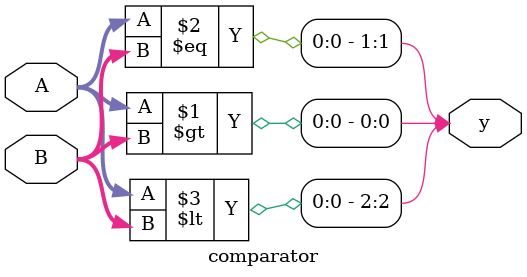
<source format=v>
module comparator(A,B,y);
input [3:0]A,B;
output [2:0]y;
assign y[0]=(A>B);
assign y[1]=(A==B);
assign y[2]=(A<B);
endmodule 
</source>
